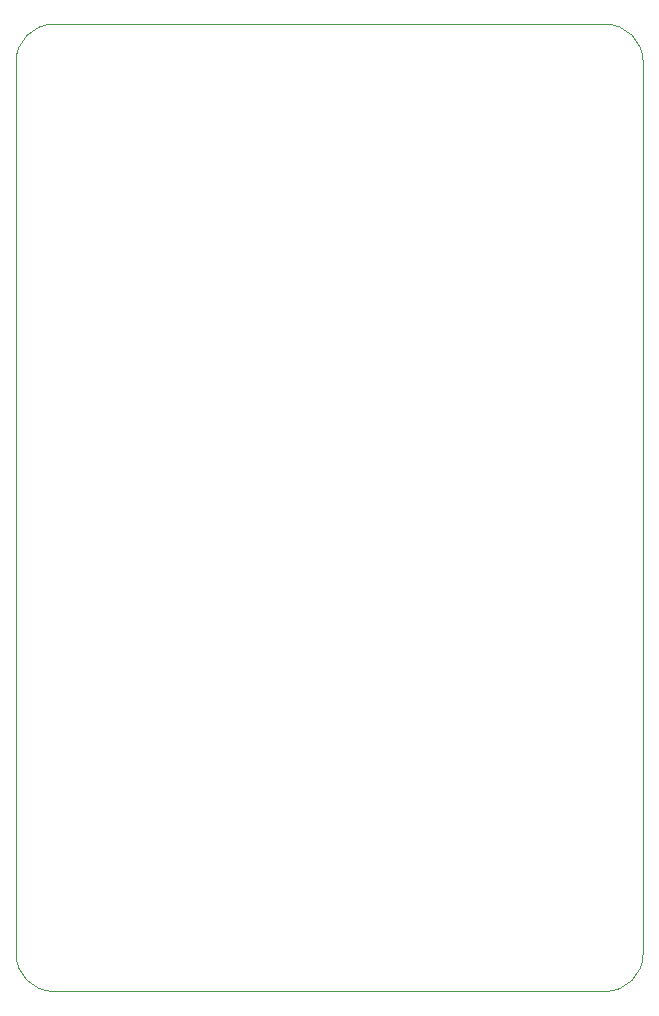
<source format=gbr>
%TF.GenerationSoftware,KiCad,Pcbnew,9.0.0*%
%TF.CreationDate,2026-01-13T23:26:04-06:00*%
%TF.ProjectId,PTN-PumpControlBoard,50544e2d-5075-46d7-9043-6f6e74726f6c,rev?*%
%TF.SameCoordinates,Original*%
%TF.FileFunction,Profile,NP*%
%FSLAX46Y46*%
G04 Gerber Fmt 4.6, Leading zero omitted, Abs format (unit mm)*
G04 Created by KiCad (PCBNEW 9.0.0) date 2026-01-13 23:26:04*
%MOMM*%
%LPD*%
G01*
G04 APERTURE LIST*
%TA.AperFunction,Profile*%
%ADD10C,0.050000*%
%TD*%
G04 APERTURE END LIST*
D10*
X166208500Y-56214000D02*
X166208500Y-131714000D01*
X163008500Y-53014000D02*
G75*
G02*
X166208500Y-56214000I0J-3200000D01*
G01*
X116308500Y-53014000D02*
X163008500Y-53014000D01*
X166208500Y-131714000D02*
G75*
G02*
X163008500Y-134914000I-3200000J0D01*
G01*
X113108500Y-56214000D02*
G75*
G02*
X116308500Y-53014000I3200000J0D01*
G01*
X116308500Y-134914000D02*
G75*
G02*
X113108500Y-131714000I0J3200000D01*
G01*
X163008500Y-134914000D02*
X116308500Y-134914000D01*
X113108500Y-131714000D02*
X113108500Y-56214000D01*
M02*

</source>
